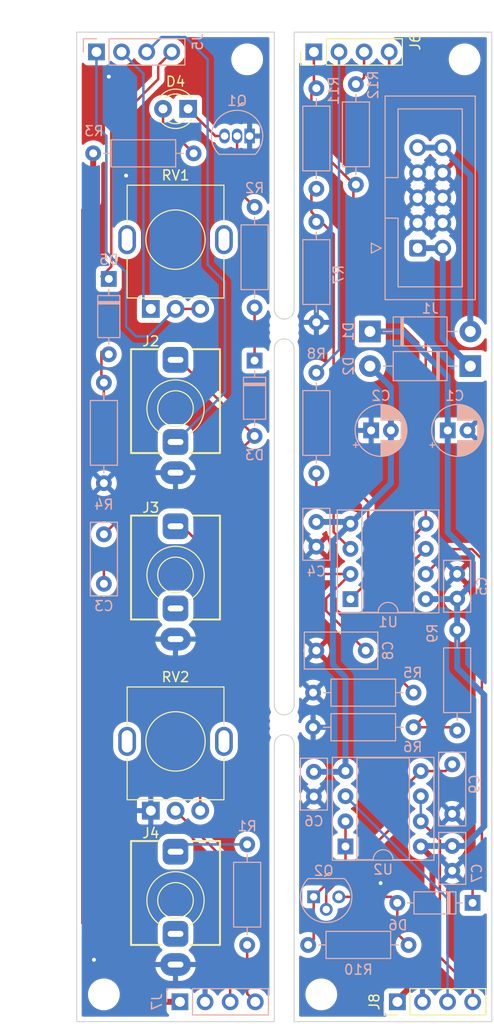
<source format=kicad_pcb>
(kicad_pcb (version 20211014) (generator pcbnew)
  (layers (0 "F.Cu" signal) (31 "B.Cu" signal) (34 "B.Paste" user) (35 "F.Paste" user) (36 "B.SilkS" user "B.Silkscreen") (37 "F.SilkS" user "F.Silkscreen") (38 "B.Mask" user) (39 "F.Mask" user) (44 "Edge.Cuts" user))
  (net 0 "")
  (net 1 "GND")
  (net 2 "/CLK_BACK")
  (net 3 "+12V")
  (net 4 "-12V")
  (net 5 "Net-(C8-Pad2)")
  (net 6 "Net-(C9-Pad2)")
  (net 7 "Net-(D1-Pad2)")
  (net 8 "Net-(D2-Pad1)")
  (net 9 "Net-(D3-Pad1)")
  (net 10 "Net-(D4-Pad1)")
  (net 11 "Net-(D4-Pad2)")
  (net 12 "/CLK_FRONT")
  (net 13 "Net-(D6-Pad1)")
  (net 14 "Net-(J3-PadT)")
  (net 16 "Net-(J4-PadT)")
  (net 18 "Net-(D6-Pad2)")
  (net 19 "/INT_CLK_FRONT")
  (net 20 "/RATE_RTN_FRONT")
  (net 21 "/RATE_SEND_FRONT")
  (net 22 "/RATE_RTN_BACK")
  (net 23 "/RATE_SEND_BACK")
  (net 24 "/INT_CLK_BACK")
  (net 25 "/OUT_FRONT")
  (net 26 "/IN_FRONT")
  (net 27 "/OUT_BACK")
  (net 28 "/IN_BACK")
  (net 29 "Net-(Q1-Pad2)")
  (net 30 "Net-(Q2-Pad1)")
  (net 31 "Net-(R6-Pad1)")
  (net 32 "Net-(R11-Pad2)")
  (net 33 "Net-(C3-Pad1)")
  (net 34 "Net-(C3-Pad2)")
  (footprint "Panelization:mouse-bite-2mm-slot" (layer "F.Cu") (at 161 74.25 90)
    (fp_text reference "mouse-bite-2mm-slot" hide)
    (fp_text value "VAL**" hide)
    (pad "" np_thru_hole circle locked (at 0.75 0.75 90) (size 0.5 0.5) (drill 0.5) (layers *.Cu *.Mask))
    (pad "" np_thru_hole circle locked (at -0.75 0.75 90) (size 0.5 0.5) (drill 0.5) (layers *.Cu *.Mask))
    (pad "" np_thru_hole circle locked (at -0.75 -0.75 90) (size 0.5 0.5) (drill 0.5) (layers *.Cu *.Mask))
    (pad "" np_thru_hole circle locked (at 0 0.75 90) (size 0.5 0.5) (drill 0.5) (layers *.Cu *.Mask))
    (pad "" np_thru_hole circle locked (at 0.75 -0.75 90) (size 0.5 0.5) (drill 0.5) (layers *.Cu *.Mask))
    (pad "" np_thru_hole circle locked (at 0 -0.75 90) (size 0.5 0.5) (drill 0.5) (layers *.Cu *.Mask))
  )
  (footprint "MountingHole:MountingHole_2.2mm_M2" (layer "F.Cu") (at 164.75 141.5)
    (fp_text reference "H4" hide)
    (fp_text value "MountingHole" hide)
    (pad "" np_thru_hole circle locked (at 0 0) (size 2.2 2.2) (drill 2.2) (layers *.Cu *.Mask))
  )
  (footprint "AudioJacks:Jack_3.5mm_QingPu_WQP-PJ398SM_Vertical" (layer "F.Cu") (at 150 99.11)
    (fp_text reference "J3" (at -2.5 -6.8) (layer "F.SilkS"))
    (fp_text value "SIGNAL_IN")
    (pad "S" thru_hole oval locked (at 0 6.48) (size 3.1 2.3) (drill oval 1.6 0.6) (layers *.Cu *.Mask) (net 1 "GND"))
    (pad "T" thru_hole roundrect locked (at 0 -4.92) (size 2.6 2.6) (drill oval 1.6 0.6) (layers *.Cu *.Mask) (net 14 "Net-(J3-PadT)"))
    (pad "TN" thru_hole roundrect locked (at 0 3.38) (size 2.6 2.6) (drill oval 1.6 0.6) (layers *.Cu *.Mask))
  )
  (footprint "MountingHole:MountingHole_2.2mm_M2" (layer "F.Cu") (at 142.75 141.5)
    (fp_text reference "H2" hide)
    (fp_text value "MountingHole" hide)
    (pad "" np_thru_hole circle locked (at 0 0) (size 2.2 2.2) (drill 2.2) (layers *.Cu *.Mask))
  )
  (footprint "AudioJacks:Jack_3.5mm_QingPu_WQP-PJ398SM_Vertical" (layer "F.Cu") (at 150 132)
    (fp_text reference "J4" (at -2.5 -6.8) (layer "F.SilkS"))
    (fp_text value "SIGNAL_OUT")
    (pad "S" thru_hole oval locked (at 0 6.48) (size 3.1 2.3) (drill oval 1.6 0.6) (layers *.Cu *.Mask) (net 1 "GND"))
    (pad "T" thru_hole roundrect locked (at 0 -4.92) (size 2.6 2.6) (drill oval 1.6 0.6) (layers *.Cu *.Mask) (net 16 "Net-(J4-PadT)"))
    (pad "TN" thru_hole roundrect locked (at 0 3.38) (size 2.6 2.6) (drill oval 1.6 0.6) (layers *.Cu *.Mask))
  )
  (footprint "AudioJacks:Jack_3.5mm_QingPu_WQP-PJ398SM_Vertical" (layer "F.Cu") (at 150 82.29)
    (fp_text reference "J2" (at -2.5 -6.8) (layer "F.SilkS"))
    (fp_text value "CLOCK_IN")
    (pad "S" thru_hole oval locked (at 0 6.48) (size 3.1 2.3) (drill oval 1.6 0.6) (layers *.Cu *.Mask) (net 1 "GND"))
    (pad "T" thru_hole roundrect locked (at 0 -4.92) (size 2.6 2.6) (drill oval 1.6 0.6) (layers *.Cu *.Mask) (net 33 "Net-(C3-Pad1)"))
    (pad "TN" thru_hole roundrect locked (at 0 3.38) (size 2.6 2.6) (drill oval 1.6 0.6) (layers *.Cu *.Mask) (net 19 "/INT_CLK_FRONT"))
  )
  (footprint "Connector_PinHeader_2.54mm:PinHeader_1x04_P2.54mm_Vertical" (layer "F.Cu") (at 172.45 142.25 90)
    (fp_text reference "J8" (at 0 -2.33 90) (layer "F.SilkS"))
    (fp_text value "BACK_BOTTOM" hide)
    (pad "1" thru_hole rect locked (at 0 0 90) (size 1.7 1.7) (drill 1) (layers *.Cu *.Mask) (net 3 "+12V"))
    (pad "2" thru_hole oval locked (at 0 2.54 90) (size 1.7 1.7) (drill 1) (layers *.Cu *.Mask) (net 1 "GND"))
    (pad "3" thru_hole oval locked (at 0 5.08 90) (size 1.7 1.7) (drill 1) (layers *.Cu *.Mask) (net 28 "/IN_BACK"))
    (pad "4" thru_hole oval locked (at 0 7.62 90) (size 1.7 1.7) (drill 1) (layers *.Cu *.Mask) (net 27 "/OUT_BACK"))
  )
  (footprint "Connector_PinHeader_2.54mm:PinHeader_1x04_P2.54mm_Vertical" (layer "F.Cu") (at 164 46.25 90)
    (fp_text reference "J6" (at 1 10.25 90) (layer "F.SilkS"))
    (fp_text value "BACK_TOP" hide)
    (pad "1" thru_hole rect (at 0 0 90) (size 1.7 1.7) (drill 1) (layers *.Cu *.Mask) (net 22 "/RATE_RTN_BACK"))
    (pad "2" thru_hole oval (at 0 2.54 90) (size 1.7 1.7) (drill 1) (layers *.Cu *.Mask) (net 23 "/RATE_SEND_BACK"))
    (pad "3" thru_hole oval (at 0 5.08 90) (size 1.7 1.7) (drill 1) (layers *.Cu *.Mask) (net 24 "/INT_CLK_BACK"))
    (pad "4" thru_hole oval (at 0 7.62 90) (size 1.7 1.7) (drill 1) (layers *.Cu *.Mask) (net 2 "/CLK_BACK"))
  )
  (footprint "Alpha_Pots:Potentiometer_Alpha_RV09AF-40-20K_Single_Vertical" (layer "F.Cu") (at 150 115.93)
    (fp_text reference "RV2" (at 0 -6.5 unlocked) (layer "F.SilkS"))
    (fp_text value "100k")
    (pad "" thru_hole oval locked (at -4.9 0) (size 1.8 2.95) (drill oval 1.1 2.25) (layers *.Cu *.Mask))
    (pad "" thru_hole oval locked (at 4.9 0) (size 1.8 2.95) (drill oval 1.1 2.25) (layers *.Cu *.Mask))
    (pad "1" thru_hole rect locked (at -2.5 7 90) (size 1.8 1.8) (drill 1) (layers *.Cu *.Mask) (net 1 "GND"))
    (pad "2" thru_hole circle locked (at 0 7 90) (size 1.8 1.8) (drill 1) (layers *.Cu *.Mask) (net 26 "/IN_FRONT"))
    (pad "3" thru_hole circle locked (at 2.5 7 90) (size 1.8 1.8) (drill 1) (layers *.Cu *.Mask) (net 14 "Net-(J3-PadT)"))
  )
  (footprint "Panelization:mouse-bite-2mm-slot" (layer "F.Cu") (at 161 114.25 90)
    (fp_text reference "mouse-bite-2mm-slot" hide)
    (fp_text value "VAL**" hide)
    (pad "" np_thru_hole circle locked (at 0.75 0.75 90) (size 0.5 0.5) (drill 0.5) (layers *.Cu *.Mask))
    (pad "" np_thru_hole circle locked (at -0.75 0.75 90) (size 0.5 0.5) (drill 0.5) (layers *.Cu *.Mask))
    (pad "" np_thru_hole circle locked (at -0.75 -0.75 90) (size 0.5 0.5) (drill 0.5) (layers *.Cu *.Mask))
    (pad "" np_thru_hole circle locked (at 0 0.75 90) (size 0.5 0.5) (drill 0.5) (layers *.Cu *.Mask))
    (pad "" np_thru_hole circle locked (at 0.75 -0.75 90) (size 0.5 0.5) (drill 0.5) (layers *.Cu *.Mask))
    (pad "" np_thru_hole circle locked (at 0 -0.75 90) (size 0.5 0.5) (drill 0.5) (layers *.Cu *.Mask))
  )
  (footprint "MountingHole:MountingHole_2.2mm_M2" (layer "F.Cu") (at 179.25 47)
    (fp_text reference "H3" hide)
    (fp_text value "MountingHole" hide)
    (pad "" np_thru_hole circle locked (at 0 0) (size 2.2 2.2) (drill 2.2) (layers *.Cu *.Mask))
  )
  (footprint "LED_THT:LED_D3.0mm" (layer "F.Cu") (at 151.275 52 180)
    (fp_text reference "D4" (at 1.27 2.75) (layer "F.SilkS"))
    (fp_text value "LED")
    (pad "1" thru_hole rect (at 0 0 180) (size 1.8 1.8) (drill 0.9) (layers *.Cu *.Mask) (net 10 "Net-(D4-Pad1)"))
    (pad "2" thru_hole circle (at 2.54 0 180) (size 1.8 1.8) (drill 0.9) (layers *.Cu *.Mask) (net 11 "Net-(D4-Pad2)"))
  )
  (footprint "MountingHole:MountingHole_2.2mm_M2" (layer "F.Cu") (at 157.25 47)
    (fp_text reference "H1" hide)
    (fp_text value "MountingHole" hide)
    (pad "" np_thru_hole circle locked (at 0 0) (size 2.2 2.2) (drill 2.2) (layers *.Cu *.Mask))
  )
  (footprint "Alpha_Pots:Potentiometer_Alpha_RV09AF-40-20K_Single_Vertical" (layer "F.Cu") (at 150 65.22)
    (fp_text reference "RV1" (at 0 -6.5 unlocked) (layer "F.SilkS"))
    (fp_text value "250k")
    (pad "" thru_hole oval locked (at -4.9 0) (size 1.8 2.95) (drill oval 1.1 2.25) (layers *.Cu *.Mask))
    (pad "" thru_hole oval locked (at 4.9 0) (size 1.8 2.95) (drill oval 1.1 2.25) (layers *.Cu *.Mask))
    (pad "1" thru_hole rect locked (at -2.5 7 90) (size 1.8 1.8) (drill 1) (layers *.Cu *.Mask) (net 21 "/RATE_SEND_FRONT"))
    (pad "2" thru_hole circle locked (at 0 7 90) (size 1.8 1.8) (drill 1) (layers *.Cu *.Mask) (net 20 "/RATE_RTN_FRONT"))
    (pad "3" thru_hole circle locked (at 2.5 7 90) (size 1.8 1.8) (drill 1) (layers *.Cu *.Mask) (net 20 "/RATE_RTN_FRONT"))
  )
  (footprint "Resistor_THT:R_Axial_DIN0207_L6.3mm_D2.5mm_P10.16mm_Horizontal" (layer "B.Cu") (at 141.67 56.5)
    (fp_text reference "R3" (at 0.08 -2.25) (layer "B.SilkS") (effects (justify mirror)))
    (fp_text value "1k" hide)
    (pad "1" thru_hole circle (at 0 0) (size 1.6 1.6) (drill 0.8) (layers *.Cu *.Mask) (net 3 "+12V"))
    (pad "2" thru_hole oval (at 10.16 0) (size 1.6 1.6) (drill 0.8) (layers *.Cu *.Mask) (net 11 "Net-(D4-Pad2)"))
  )
  (footprint "Capacitor_THT:C_Rect_L7.2mm_W3.5mm_P5.00mm_FKS2_FKP2_MKS2_MKP2" (layer "B.Cu") (at 164.25 106.75)
    (fp_text reference "C8" (at 7.25 0 90) (layer "B.SilkS") (effects (justify mirror)))
    (fp_text value "1uF" hide)
    (pad "1" thru_hole circle (at 0 0) (size 1.6 1.6) (drill 0.8) (layers *.Cu *.Mask) (net 1 "GND"))
    (pad "2" thru_hole circle (at 5 0) (size 1.6 1.6) (drill 0.8) (layers *.Cu *.Mask) (net 5 "Net-(C8-Pad2)"))
  )
  (footprint "Resistor_THT:R_Axial_DIN0207_L6.3mm_D2.5mm_P10.16mm_Horizontal" (layer "B.Cu") (at 168.25 49.5 -90)
    (fp_text reference "R12" (at 0.08 -1.75 90) (layer "B.SilkS") (effects (justify mirror)))
    (fp_text value "100k" hide)
    (pad "1" thru_hole circle (at 0 0 270) (size 1.6 1.6) (drill 0.8) (layers *.Cu *.Mask) (net 24 "/INT_CLK_BACK"))
    (pad "2" thru_hole oval (at 10.16 0 270) (size 1.6 1.6) (drill 0.8) (layers *.Cu *.Mask) (net 22 "/RATE_RTN_BACK"))
  )
  (footprint "Resistor_THT:R_Axial_DIN0207_L6.3mm_D2.5mm_P10.16mm_Horizontal" (layer "B.Cu") (at 158 61.92 -90)
    (fp_text reference "R2" (at -1.92 0) (layer "B.SilkS") (effects (justify mirror)))
    (fp_text value "51k" hide)
    (pad "1" thru_hole circle (at 0 0 270) (size 1.6 1.6) (drill 0.8) (layers *.Cu *.Mask) (net 29 "Net-(Q1-Pad2)"))
    (pad "2" thru_hole oval (at 10.16 0 270) (size 1.6 1.6) (drill 0.8) (layers *.Cu *.Mask) (net 9 "Net-(D3-Pad1)"))
  )
  (footprint "Resistor_THT:R_Axial_DIN0207_L6.3mm_D2.5mm_P10.16mm_Horizontal" (layer "B.Cu") (at 164.25 63.42 -90)
    (fp_text reference "R7" (at 5.33 -2.25 -90) (layer "B.SilkS") (effects (justify mirror)))
    (fp_text value "100k" hide)
    (pad "1" thru_hole circle (at 0 0 270) (size 1.6 1.6) (drill 0.8) (layers *.Cu *.Mask) (net 32 "Net-(R11-Pad2)"))
    (pad "2" thru_hole oval (at 10.16 0 270) (size 1.6 1.6) (drill 0.8) (layers *.Cu *.Mask) (net 1 "GND"))
  )
  (footprint "Diode_THT:D_DO-41_SOD81_P10.16mm_Horizontal" (layer "B.Cu") (at 169.67 74.5)
    (fp_text reference "D1" (at -2.17 0 90) (layer "B.SilkS") (effects (justify mirror)))
    (fp_text value "1N5818" hide)
    (pad "1" thru_hole rect (at 0 0) (size 2.2 2.2) (drill 1.1) (layers *.Cu *.Mask) (net 3 "+12V"))
    (pad "2" thru_hole oval (at 10.16 0) (size 2.2 2.2) (drill 1.1) (layers *.Cu *.Mask) (net 7 "Net-(D1-Pad2)"))
  )
  (footprint "Diode_THT:D_DO-35_SOD27_P7.62mm_Horizontal" (layer "B.Cu") (at 158 77.44 -90)
    (fp_text reference "D3" (at 9.56 0) (layer "B.SilkS") (effects (justify mirror)))
    (fp_text value "1N4148" hide)
    (pad "1" thru_hole rect (at 0 0 270) (size 1.6 1.6) (drill 0.8) (layers *.Cu *.Mask) (net 9 "Net-(D3-Pad1)"))
    (pad "2" thru_hole oval (at 7.62 0 270) (size 1.6 1.6) (drill 0.8) (layers *.Cu *.Mask) (net 33 "Net-(C3-Pad1)"))
  )
  (footprint "Resistor_THT:R_Axial_DIN0207_L6.3mm_D2.5mm_P10.16mm_Horizontal" (layer "B.Cu") (at 164.25 78.67 -90)
    (fp_text reference "R8" (at -1.92 0 180) (layer "B.SilkS") (effects (justify mirror)))
    (fp_text value "2k" hide)
    (pad "1" thru_hole circle (at 0 0 270) (size 1.6 1.6) (drill 0.8) (layers *.Cu *.Mask) (net 23 "/RATE_SEND_BACK"))
    (pad "2" thru_hole oval (at 10.16 0 270) (size 1.6 1.6) (drill 0.8) (layers *.Cu *.Mask) (net 5 "Net-(C8-Pad2)"))
  )
  (footprint "Capacitor_THT:CP_Radial_D5.0mm_P2.00mm" (layer "B.Cu") (at 169.794888 84.5)
    (fp_text reference "C2" (at 1 -3.5) (layer "B.SilkS") (effects (justify mirror)))
    (fp_text value "10uF" hide)
    (pad "1" thru_hole rect (at 0 0) (size 1.6 1.6) (drill 0.8) (layers *.Cu *.Mask) (net 1 "GND"))
    (pad "2" thru_hole circle (at 2 0) (size 1.6 1.6) (drill 0.8) (layers *.Cu *.Mask) (net 4 "-12V"))
  )
  (footprint "Diode_THT:D_DO-41_SOD81_P10.16mm_Horizontal" (layer "B.Cu") (at 179.83 78 180)
    (fp_text reference "D2" (at 12.33 0 90) (layer "B.SilkS") (effects (justify mirror)))
    (fp_text value "1N5818" hide)
    (pad "1" thru_hole rect (at 0 0 180) (size 2.2 2.2) (drill 1.1) (layers *.Cu *.Mask) (net 8 "Net-(D2-Pad1)"))
    (pad "2" thru_hole oval (at 10.16 0 180) (size 2.2 2.2) (drill 1.1) (layers *.Cu *.Mask) (net 4 "-12V"))
  )
  (footprint "Capacitor_THT:C_Rect_L7.2mm_W2.5mm_P5.00mm_FKS2_FKP2_MKS2_MKP2" (layer "B.Cu") (at 178 123.25 90)
    (fp_text reference "C9" (at 3 2.25 90) (layer "B.SilkS") (effects (justify mirror)))
    (fp_text value "100nF" hide)
    (pad "1" thru_hole circle (at 0 0 90) (size 1.6 1.6) (drill 0.8) (layers *.Cu *.Mask) (net 1 "GND"))
    (pad "2" thru_hole circle (at 5 0 90) (size 1.6 1.6) (drill 0.8) (layers *.Cu *.Mask) (net 6 "Net-(C9-Pad2)"))
  )
  (footprint "Diode_THT:D_DO-35_SOD27_P7.62mm_Horizontal" (layer "B.Cu") (at 143.25 69.19 -90)
    (fp_text reference "D5" (at -1.94 0) (layer "B.SilkS") (effects (justify mirror)))
    (fp_text value "1N4148" hide)
    (pad "1" thru_hole rect (at 0 0 270) (size 1.6 1.6) (drill 0.8) (layers *.Cu *.Mask) (net 12 "/CLK_FRONT"))
    (pad "2" thru_hole oval (at 7.62 0 270) (size 1.6 1.6) (drill 0.8) (layers *.Cu *.Mask) (net 34 "Net-(C3-Pad2)"))
  )
  (footprint "Resistor_THT:R_Axial_DIN0207_L6.3mm_D2.5mm_P10.16mm_Horizontal" (layer "B.Cu") (at 164.25 49.92 -90)
    (fp_text reference "R11" (at 0.25 -1.75 90) (layer "B.SilkS") (effects (justify mirror)))
    (fp_text value "100k" hide)
    (pad "1" thru_hole circle (at 0 0 270) (size 1.6 1.6) (drill 0.8) (layers *.Cu *.Mask) (net 22 "/RATE_RTN_BACK"))
    (pad "2" thru_hole oval (at 10.16 0 270) (size 1.6 1.6) (drill 0.8) (layers *.Cu *.Mask) (net 32 "Net-(R11-Pad2)"))
  )
  (footprint "Capacitor_THT:C_Disc_D5.0mm_W2.5mm_P2.50mm" (layer "B.Cu") (at 178.5 101.5 90)
    (fp_text reference "C5" (at 1.25 2.5 90) (layer "B.SilkS") (effects (justify mirror)))
    (fp_text value "0.1uF" hide)
    (pad "1" thru_hole circle (at 0 0 90) (size 1.6 1.6) (drill 0.8) (layers *.Cu *.Mask) (net 3 "+12V"))
    (pad "2" thru_hole circle (at 2.5 0 90) (size 1.6 1.6) (drill 0.8) (layers *.Cu *.Mask) (net 1 "GND"))
  )
  (footprint "Resistor_THT:R_Axial_DIN0207_L6.3mm_D2.5mm_P10.16mm_Horizontal" (layer "B.Cu") (at 178.5 104.67 -90)
    (fp_text reference "R9" (at 0.33 2.5 90) (layer "B.SilkS") (effects (justify mirror)))
    (fp_text value "100k" hide)
    (pad "1" thru_hole circle (at 0 0 270) (size 1.6 1.6) (drill 0.8) (layers *.Cu *.Mask) (net 3 "+12V"))
    (pad "2" thru_hole oval (at 10.16 0 270) (size 1.6 1.6) (drill 0.8) (layers *.Cu *.Mask) (net 31 "Net-(R6-Pad1)"))
  )
  (footprint "Package_TO_SOT_THT:TO-92_Inline" (layer "B.Cu") (at 157.5 54.75 180)
    (fp_text reference "Q1" (at 1.27 3.56) (layer "B.SilkS") (effects (justify mirror)))
    (fp_text value "2N3904" hide)
    (pad "1" thru_hole rect (at 0 0 180) (size 1.05 1.5) (drill 0.75) (layers *.Cu *.Mask) (net 1 "GND"))
    (pad "2" thru_hole oval (at 1.27 0 180) (size 1.05 1.5) (drill 0.75) (layers *.Cu *.Mask) (net 29 "Net-(Q1-Pad2)"))
    (pad "3" thru_hole oval (at 2.54 0 180) (size 1.05 1.5) (drill 0.75) (layers *.Cu *.Mask) (net 10 "Net-(D4-Pad1)"))
  )
  (footprint "Capacitor_THT:C_Disc_D5.0mm_W2.5mm_P2.50mm" (layer "B.Cu") (at 164 119 -90)
    (fp_text reference "C6" (at 5 0) (layer "B.SilkS") (effects (justify mirror)))
    (fp_text value "0.1uF" hide)
    (pad "1" thru_hole circle (at 0 0 270) (size 1.6 1.6) (drill 0.8) (layers *.Cu *.Mask) (net 4 "-12V"))
    (pad "2" thru_hole circle (at 2.5 0 270) (size 1.6 1.6) (drill 0.8) (layers *.Cu *.Mask) (net 1 "GND"))
  )
  (footprint "Connector_IDC:IDC-Header_2x05_P2.54mm_Vertical" (layer "B.Cu") (at 174.4975 66.08)
    (fp_text reference "J1" (at 1.27 6.1) (layer "B.SilkS") (effects (justify mirror)))
    (fp_text value "Power Connector" hide)
    (pad "1" thru_hole roundrect locked (at 0 0) (size 1.7 1.7) (drill 1) (layers *.Cu *.Mask) (roundrect_rratio 0.1470588235) (net 8 "Net-(D2-Pad1)"))
    (pad "2" thru_hole circle locked (at 2.54 0) (size 1.7 1.7) (drill 1) (layers *.Cu *.Mask) (net 8 "Net-(D2-Pad1)"))
    (pad "3" thru_hole circle locked (at 0 -2.54) (size 1.7 1.7) (drill 1) (layers *.Cu *.Mask) (net 1 "GND"))
    (pad "4" thru_hole circle locked (at 2.54 -2.54) (size 1.7 1.7) (drill 1) (layers *.Cu *.Mask) (net 1 "GND"))
    (pad "5" thru_hole circle locked (at 0 -5.08) (size 1.7 1.7) (drill 1) (layers *.Cu *.Mask) (net 1 "GND"))
    (pad "6" thru_hole circle locked (at 2.54 -5.08) (size 1.7 1.7) (drill 1) (layers *.Cu *.Mask) (net 1 "GND"))
    (pad "7" thru_hole circle locked (at 0 -7.62) (size 1.7 1.7) (drill 1) (layers *.Cu *.Mask) (net 1 "GND"))
    (pad "8" thru_hole circle locked (at 2.54 -7.62) (size 1.7 1.7) (drill 1) (layers *.Cu *.Mask) (net 1 "GND"))
    (pad "9" thru_hole circle locked (at 0 -10.16) (size 1.7 1.7) (drill 1) (layers *.Cu *.Mask) (net 7 "Net-(D1-Pad2)"))
    (pad "10" thru_hole circle locked (at 2.54 -10.16) (size 1.7 1.7) (drill 1) (layers *.Cu *.Mask) (net 7 "Net-(D1-Pad2)"))
  )
  (footprint "Resistor_THT:R_Axial_DIN0207_L6.3mm_D2.5mm_P10.16mm_Horizontal" (layer "B.Cu") (at 173.58 136.5 180)
    (fp_text reference "R10" (at 5.08 -2.5) (layer "B.SilkS") (effects (justify mirror)))
    (fp_text value "1M" hide)
    (pad "1" thru_hole circle (at 0 0 180) (size 1.6 1.6) (drill 0.8) (layers *.Cu *.Mask) (net 18 "Net-(D6-Pad2)"))
    (pad "2" thru_hole oval (at 10.16 0 180) (size 1.6 1.6) (drill 0.8) (layers *.Cu *.Mask) (net 30 "Net-(Q2-Pad1)"))
  )
  (footprint "Resistor_THT:R_Axial_DIN0207_L6.3mm_D2.5mm_P10.16mm_Horizontal" (layer "B.Cu") (at 163.92 111)
    (fp_text reference "R5" (at 10.08 -2) (layer "B.SilkS") (effects (justify mirror)))
    (fp_text value "100k" hide)
    (pad "1" thru_hole circle (at 0 0) (size 1.6 1.6) (drill 0.8) (layers *.Cu *.Mask) (net 1 "GND"))
    (pad "2" thru_hole oval (at 10.16 0) (size 1.6 1.6) (drill 0.8) (layers *.Cu *.Mask) (net 2 "/CLK_BACK"))
  )
  (footprint "Capacitor_THT:C_Disc_D5.0mm_W2.5mm_P2.50mm" (layer "B.Cu") (at 178 126.5 -90)
    (fp_text reference "C7" (at 2.75 -2.5 90) (layer "B.SilkS") (effects (justify mirror)))
    (fp_text value "0.1uF" hide)
    (pad "1" thru_hole circle (at 0 0 270) (size 1.6 1.6) (drill 0.8) (layers *.Cu *.Mask) (net 3 "+12V"))
    (pad "2" thru_hole circle (at 2.5 0 270) (size 1.6 1.6) (drill 0.8) (layers *.Cu *.Mask) (net 1 "GND"))
  )
  (footprint "Capacitor_THT:CP_Radial_D5.0mm_P2.00mm" (layer "B.Cu") (at 177.544888 84.5)
    (fp_text reference "C1" (at 0.705112 -3.5) (layer "B.SilkS") (effects (justify mirror)))
    (fp_text value "10uF" hide)
    (pad "1" thru_hole rect (at 0 0) (size 1.6 1.6) (drill 0.8) (layers *.Cu *.Mask) (net 3 "+12V"))
    (pad "2" thru_hole circle (at 2 0) (size 1.6 1.6) (drill 0.8) (layers *.Cu *.Mask) (net 1 "GND"))
  )
  (footprint "Connector_PinHeader_2.54mm:PinHeader_1x04_P2.54mm_Vertical" (layer "B.Cu") (at 142 46.25 -90)
    (fp_text reference locked "J5" (at -1 -10.25 90) (layer "B.SilkS") (effects (justify mirror)))
    (fp_text value "FRONT_TOP" hide)
    (pad "1" thru_hole rect locked (at 0 0 270) (size 1.7 1.7) (drill 1) (layers *.Cu *.Mask) (net 20 "/RATE_RTN_FRONT"))
    (pad "2" thru_hole oval locked (at 0 -2.54 270) (size 1.7 1.7) (drill 1) (layers *.Cu *.Mask) (net 21 "/RATE_SEND_FRONT"))
    (pad "3" thru_hole oval locked (at 0 -5.08 270) (size 1.7 1.7) (drill 1) (layers *.Cu *.Mask) (net 19 "/INT_CLK_FRONT"))
    (pad "4" thru_hole oval locked (at 0 -7.62 270) (size 1.7 1.7) (drill 1) (layers *.Cu *.Mask) (net 12 "/CLK_FRONT"))
  )
  (footprint "Connector_PinHeader_2.54mm:PinHeader_1x04_P2.54mm_Vertical" (layer "B.Cu") (at 150.45 142.25 -90)
    (fp_text reference "J7" (at 0 2.33 90) (layer "B.SilkS") (effects (justify mirror)))
    (fp_text value "FRONT_BOTTOM" hide)
    (pad "1" thru_hole rect locked (at 0 0 270) (size 1.7 1.7) (drill 1) (layers *.Cu *.Mask) (net 3 "+12V"))
    (pad "2" thru_hole oval locked (at 0 -2.54 270) (size 1.7 1.7) (drill 1) (layers *.Cu *.Mask) (net 1 "GND"))
    (pad "3" thru_hole oval locked (at 0 -5.08 270) (size 1.7 1.7) (drill 1) (layers *.Cu *.Mask) (net 26 "/IN_FRONT"))
    (pad "4" thru_hole oval locked (at 0 -7.62 270) (size 1.7 1.7) (drill 1) (layers *.Cu *.Mask) (net 25 "/OUT_FRONT"))
  )
  (footprint "Resistor_THT:R_Axial_DIN0207_L6.3mm_D2.5mm_P10.16mm_Horizontal" (layer "B.Cu") (at 174.08 114.5 180)
    (fp_text reference "R6" (at 0.08 -2) (layer "B.SilkS") (effects (justify mirror)))
    (fp_text value "68k" hide)
    (pad "1" thru_hole circle (at 0 0 180) (size 1.6 1.6) (drill 0.8) (layers *.Cu *.Mask) (net 31 "Net-(R6-Pad1)"))
    (pad "2" thru_hole oval (at 10.16 0 180) (size 1.6 1.6) (drill 0.8) (layers *.Cu *.Mask) (net 1 "GND"))
  )
  (footprint "Resistor_THT:R_Axial_DIN0207_L6.3mm_D2.5mm_P10.16mm_Horizontal" (layer "B.Cu") (at 142.75 89.83 90)
    (fp_text reference "R4" (at -2.17 0) (layer "B.SilkS") (effects (justify mirror)))
    (fp_text value "100k" hide)
    (pad "1" thru_hole circle (at 0 0 90) (size 1.6 1.6) (drill 0.8) (layers *.Cu *.Mask) (net 1 "GND"))
    (pad "2" thru_hole oval (at 10.16 0 90) (size 1.6 1.6) (drill 0.8) (layers *.Cu *.Mask) (net 34 "Net-(C3-Pad2)"))
  )
  (footprint "Capacitor_THT:C_Rect_L7.2mm_W2.5mm_P5.00mm_FKS2_FKP2_MKS2_MKP2" (layer "B.Cu") (at 142.75 100 90)
    (fp_text reference "C3" (at -2.25 0) (layer "B.SilkS") (effects (justify mirror)))
    (fp_text value "1nF" hide)
    (pad "1" thru_hole circle (at 0 0 90) (size 1.6 1.6) (drill 0.8) (layers *.Cu *.Mask) (net 33 "Net-(C3-Pad1)"))
    (pad "2" thru_hole circle (at 5 0 90) (size 1.6 1.6) (drill 0.8) (layers *.Cu *.Mask) (net 34 "Net-(C3-Pad2)"))
  )
  (footprint "Diode_THT:D_DO-35_SOD27_P7.62mm_Horizontal" (layer "B.Cu") (at 180.06 132.25 180)
    (fp_text reference "D6" (at 7.56 -2.25) (layer "B.SilkS") (effects (justify mirror)))
    (fp_text value "1N4148" hide)
    (pad "1" thru_hole rect (at 0 0 180) (size 1.6 1.6) (drill 0.8) (layers *.Cu *.Mask) (net 13 "Net-(D6-Pad1)"))
    (pad "2" thru_hole oval (at 7.62 0 180) (size 1.6 1.6) (drill 0.8) (layers *.Cu *.Mask) (net 18 "Net-(D6-Pad2)"))
  )
  (footprint "Capacitor_THT:C_Disc_D5.0mm_W2.5mm_P2.50mm" (layer "B.Cu") (at 164.25 93.75 -90)
    (fp_text reference "C4" (at 5 0) (layer "B.SilkS") (effects (justify mirror)))
    (fp_text value "0.1uF" hide)
    (pad "1" thru_hole circle (at 0 0 270) (size 1.6 1.6) (drill 0.8) (layers *.Cu *.Mask) (net 4 "-12V"))
    (pad "2" thru_hole circle (at 2.5 0 270) (size 1.6 1.6) (drill 0.8) (layers *.Cu *.Mask) (net 1 "GND"))
  )
  (footprint "Resistor_THT:R_Axial_DIN0207_L6.3mm_D2.5mm_P10.16mm_Horizontal" (layer "B.Cu") (at 157.25 136.5 90)
    (fp_text reference "R1" (at 12 0) (layer "B.SilkS") (effects (justify mirror)))
    (fp_text value "1k" hide)
    (pad "1" thru_hole circle (at 0 0 90) (size 1.6 1.6) (drill 0.8) (layers *.Cu *.Mask) (net 25 "/OUT_FRONT"))
    (pad "2" thru_hole oval (at 10.16 0 90) (size 1.6 1.6) (drill 0.8) (layers *.Cu *.Mask) (net 16 "Net-(J4-PadT)"))
  )
  (footprint "Package_DIP:DIP-8_W7.62mm_Socket" (layer "B.Cu") (at 167.2 126.55)
    (fp_text reference "U2" (at 3.81 2.33) (layer "B.SilkS") (effects (justify mirror)))
    (fp_text value "TL072" hide)
    (pad "1" thru_hole rect (at 0 0) (size 1.6 1.6) (drill 0.8) (layers *.Cu *.Mask) (net 30 "Net-(Q2-Pad1)"))
    (pad "2" thru_hole oval (at 0 -2.54) (size 1.6 1.6) (drill 0.8) (layers *.Cu *.Mask) (net 30 "Net-(Q2-Pad1)"))
    (pad "3" thru_hole oval (at 0 -5.08) (size 1.6 1.6) (drill 0.8) (layers *.Cu *.Mask) (net 28 "/IN_BACK"))
    (pad "4" thru_hole oval (at 0 -7.62) (size 1.6 1.6) (drill 0.8) (layers *.Cu *.Mask) (net 4 "-12V"))
    (pad "5" thru_hole oval (at 7.62 -7.62) (size 1.6 1.6) (drill 0.8) (layers *.Cu *.Mask) (net 6 "Net-(C9-Pad2)"))
    (pad "6" thru_hole oval (at 7.62 -5.08) (size 1.6 1.6) (drill 0.8) (layers *.Cu *.Mask) (net 27 "/OUT_BACK"))
    (pad "7" thru_hole oval (at 7.62 -2.54) (size 1.6 1.6) (drill 0.8) (layers *.Cu *.Mask) (net 27 "/OUT_BACK"))
    (pad "8" thru_hole oval (at 7.62 0) (size 1.6 1.6) (drill 0.8) (layers *.Cu *.Mask) (net 3 "+12V"))
  )
  (footprint "Package_TO_SOT_THT:TO-92" (layer "B.Cu") (at 163.98 131.64)
    (fp_text reference "Q2" (at 1.02 -2.64) (layer "B.SilkS") (effects (justify mirror)))
    (fp_text value "J112" hide)
    (pad "1" thru_hole rect (at 0 0) (size 1.3 1.3) (drill 0.75) (layers *.Cu *.Mask) (net 30 "Net-(Q2-Pad1)"))
    (pad "2" thru_hole circle (at 1.27 1.27) (size 1.3 1.3) (drill 0.75) (layers *.Cu *.Mask) (net 6 "Net-(C9-Pad2)"))
    (pad "3" thru_hole circle (at 2.54 0) (size 1.3 1.3) (drill 0.75) (layers *.Cu *.Mask) (net 18 "Net-(D6-Pad2)"))
  )
  (footprint "Package_DIP:DIP-8_W7.62mm_Socket" (layer "B.Cu") (at 167.7 101.55)
    (fp_text reference "U1" (at 3.81 2.33) (layer "B.SilkS") (effects (justify mirror)))
    (fp_text value "TL072" hide)
    (pad "1" thru_hole rect (at 0 0) (size 1.6 1.6) (drill 0.8) (layers *.Cu *.Mask) (net 22 "/RATE_RTN_BACK"))
    (pad "2" thru_hole oval (at 0 -2.54) (size 1.6 1.6) (drill 0.8) (layers *.Cu *.Mask) (net 5 "Net-(C8-Pad2)"))
    (pad "3" thru_hole oval (at 0 -5.08) (size 1.6 1.6) (drill 0.8) (layers *.Cu *.Mask) (net 32 "Net-(R11-Pad2)"))
    (pad "4" thru_hole oval (at 0 -7.62) (size 1.6 1.6) (drill 0.8) (layers *.Cu *.Mask) (net 4 "-12V"))
    (pad "5" thru_hole oval (at 7.62 -7.62) (size 1.6 1.6) (drill 0.8) (layers *.Cu *.Mask) (net 2 "/CLK_BACK"))
    (pad "6" thru_hole oval (at 7.62 -5.08) (size 1.6 1.6) (drill 0.8) (layers *.Cu *.Mask) (net 31 "Net-(R6-Pad1)"))
    (pad "7" thru_hole oval (at 7.62 -2.54) (size 1.6 1.6) (drill 0.8) (layers *.Cu *.Mask) (net 13 "Net-(D6-Pad1)"))
    (pad "8" thru_hole oval (at 7.62 0) (size 1.6 1.6) (drill 0.8) (layers *.Cu *.Mask) (net 3 "+12V"))
  )
  (gr_line locked (start 162 44.25) (end 182 44.25) (layer "Edge.Cuts") (width 0.1))
  (gr_line locked (start 140 144.25) (end 160 144.25) (layer "Edge.Cuts") (width 0.1))
  (gr_line (start 160 76.25) (end 160 112.25) (layer "Edge.Cuts") (width 0.1))
  (gr_line locked (start 162 144.25) (end 162 116.25) (layer "Edge.Cuts") (width 0.1))
  (gr_line locked (start 182 144.25) (end 162 144.25) (layer "Edge.Cuts") (width 0.1))
  (gr_line locked (start 160 44.25) (end 160 72.25) (layer "Edge.Cuts") (width 0.1))
  (gr_line (start 162 72.25) (end 162 44.25) (layer "Edge.Cuts") (width 0.1))
  (gr_line locked (start 140 44.25) (end 140 144.25) (layer "Edge.Cuts") (width 0.1))
  (gr_arc (start 160 116.25) (mid 161 115.25) (end 162 116.25) (layer "Edge.Cuts") (width 0.1))
  (gr_arc (start 162 72.25) (mid 161 73.25) (end 160 72.25) (layer "Edge.Cuts") (width 0.1))
  (gr_line (start 162 76.25) (end 162 112.25) (layer "Edge.Cuts") (width 0.1))
  (gr_line locked (start 160 44.25) (end 140 44.25) (layer "Edge.Cuts") (width 0.1))
  (gr_line (start 160 116.25) (end 160 144.25) (layer "Edge.Cuts") (width 0.1))
  (gr_arc (start 160 76.25) (mid 161 75.25) (end 162 76.25) (layer "Edge.Cuts") (width 0.1))
  (gr_arc (start 162 112.25) (mid 161 113.25) (end 160 112.25) (layer "Edge.Cuts") (width 0.1))
  (gr_line locked (start 182 44.25) (end 182 144.25) (layer "Edge.Cuts") (width 0.1))
  (via (at 141.75 138) (size 0.8) (drill 0.4) (layers "F.Cu" "B.Cu") (net 1))
  (via (at 145 58.75) (size 0.8) (drill 0.4) (layers "F.Cu" "B.Cu") (net 1))
  (via (at 143.25 48.75) (size 0.8) (drill 0.4) (layers "F.Cu" "B.Cu") (net 1))
  (via (at 170.75 130.25) (size 0.8) (drill 0.4) (layers "F.Cu" "B.Cu") (net 1))
  (segment (start 171.62 46.25) (end 171.62 71.62) (width 0.25) (layer "F.Cu") (net 2))
  (segment (start 171.62 71.62) (end 175.32 75.32) (width 0.25) (layer "F.Cu") (net 2))
  (segment (start 172.75 109.67) (end 174.08 111) (width 0.25) (layer "F.Cu") (net 2))
  (segment (start 172.75 96.5) (end 172.75 109.67) (width 0.25) (layer "F.Cu") (net 2))
  (segment (start 175.32 75.32) (end 175.32 93.93) (width 0.25) (layer "F.Cu") (net 2))
  (segment (start 175.32 93.93) (end 172.75 96.5) (width 0.25) (layer "F.Cu") (net 2))
  (segment (start 140.75 62.25) (end 140.75 134.25) (width 0.6) (layer "F.Cu") (net 3))
  (segment (start 176 127.73) (end 176 138.5) (width 0.6) (layer "F.Cu") (net 3))
  (segment (start 174.82 126.55) (end 176 127.73) (width 0.6) (layer "F.Cu") (net 3))
  (segment (start 176 138.5) (end 172.45 142.05) (width 0.6) (layer "F.Cu") (net 3))
  (segment (start 141.67 56.5) (end 141.67 61.33) (width 0.6) (layer "F.Cu") (net 3))
  (segment (start 140.75 134.25) (end 148.75 142.25) (width 0.6) (layer "F.Cu") (net 3))
  (segment (start 141.67 61.33) (end 140.75 62.25) (width 0.6) (layer "F.Cu") (net 3))
  (segment (start 148.75 142.25) (end 150.45 142.25) (width 0.6) (layer "F.Cu") (net 3))
  (segment (start 178.5 101.5) (end 178.5 104.67) (width 0.6) (layer "B.Cu") (net 3))
  (segment (start 178.5 104.67) (end 178.5 108.5) (width 0.6) (layer "B.Cu") (net 3))
  (segment (start 177.544888 94.794888) (end 180 97.25) (width 0.6) (layer "B.Cu") (net 3))
  (segment (start 169.67 74.5) (end 173 74.5) (width 0.6) (layer "B.Cu") (net 3))
  (segment (start 177.544888 79.044888) (end 177.544888 84.5) (width 0.6) (layer "B.Cu") (net 3))
  (segment (start 180 97.25) (end 180 100) (width 0.6) (layer "B.Cu") (net 3))
  (segment (start 177.544888 84.5) (end 177.544888 94.794888) (width 0.6) (layer "B.Cu") (net 3))
  (segment (start 181.25 111.25) (end 181.25 124.5) (width 0.6) (layer "B.Cu") (net 3))
  (segment (start 178 126.5) (end 174.87 126.5) (width 0.6) (layer "B.Cu") (net 3))
  (segment (start 178.5 108.5) (end 181.25 111.25) (width 0.6) (layer "B.Cu") (net 3))
  (segment (start 179.25 126.5) (end 178 126.5) (width 0.6) (layer "B.Cu") (net 3))
  (segment (start 180 100) (end 178.5 101.5) (width 0.6) (layer "B.Cu") (net 3))
  (segment (start 173 74.5) (end 177.544888 79.044888) (width 0.6) (layer "B.Cu") (net 3))
  (segment (start 181.25 124.5) (end 179.25 126.5) (width 0.6) (layer "B.Cu") (net 3))
  (segment (start 175.32 101.55) (end 178.45 101.55) (width 0.6) (layer "B.Cu") (net 3))
  (segment (start 164 119) (end 167.13 119) (width 0.6) (layer "B.Cu") (net 4))
  (segment (start 165.926425 108.176425) (end 167.2 109.45) (width 0.6) (layer "B.Cu") (net 4))
  (segment (start 164.25 93.75) (end 167.52 93.75) (width 0.6) (layer "B.Cu") (net 4))
  (segment (start 171.794888 84.5) (end 171.794888 89.835112) (width 0.6) (layer "B.Cu") (net 4))
  (segment (start 169.67 78) (end 171.794888 80.124888) (width 0.6) (layer "B.Cu") (net 4))
  (segment (start 167.2 109.45) (end 167.2 118.93) (width 0.6) (layer "B.Cu") (net 4))
  (segment (start 165.926425 95.703575) (end 165.926425 108.176425) (width 0.6) (layer "B.Cu") (net 4))
  (segment (start 171.794888 89.835112) (end 167.7 93.93) (width 0.6) (layer "B.Cu") (net 4))
  (segment (start 167.7 93.93) (end 165.926425 95.703575) (width 0.6) (layer "B.Cu") (net 4))
  (segment (start 171.794888 80.124888) (end 171.794888 84.5) (width 0.6) (layer "B.Cu") (net 4))
  (segment (start 164.25 88.83) (end 164.25 91) (width 0.25) (layer "F.Cu") (net 5))
  (segment (start 164.25 91) (end 162.75 92.5) (width 0.25) (layer "F.Cu") (net 5))
  (segment (start 162.75 97.25) (end 164.51 99.01) (width 0.25) (layer "F.Cu") (net 5))
  (segment (start 165.25 102.75) (end 169.25 106.75) (width 0.25) (layer "F.Cu") (net 5))
  (segment (start 167.7 99.01) (end 165.25 101.46) (width 0.25) (layer "F.Cu") (net 5))
  (segment (start 164.51 99.01) (end 167.7 99.01) (width 0.25) (layer "F.Cu") (net 5))
  (segment (start 165.25 101.46) (end 165.25 102.75) (width 0.25) (layer "F.Cu") (net 5))
  (segment (start 162.75 92.5) (end 162.75 97.25) (width 0.25) (layer "F.Cu") (net 5))
  (segment (start 174.82 118.93) (end 177.32 118.93) (width 0.25) (layer "F.Cu") (net 6))
  (segment (start 171.79 121.96) (end 174.82 118.93) (width 0.25) (layer "F.Cu") (net 6))
  (segment (start 171.79 124.71) (end 171.79 121.96) (width 0.25) (layer "F.Cu") (net 6))
  (segment (start 165.25 131.25) (end 165.25 132.91) (width 0.25) (layer "F.Cu") (net 6))
  (segment (start 177.32 118.93) (end 178 118.25) (width 0.25) (layer "F.Cu") (net 6))
  (segment (start 171.79 124.71) (end 165.25 131.25) (width 0.25) (layer "F.Cu") (net 6))
  (segment (start 177.0375 55.92) (end 179.83 58.7125) (width 0.6) (layer "B.Cu") (net 7))
  (segment (start 174.4975 55.92) (end 177.0375 55.92) (width 0.6) (layer "B.Cu") (net 7))
  (segment (start 179.83 58.7125) (end 179.83 74.5) (width 0.6) (layer "B.Cu") (net 7))
  (segment (start 177.0375 75.2075) (end 179.83 78) (width 0.6) (layer "B.Cu") (net 8))
  (segment (start 174.4975 66.08) (end 177.0375 66.08) (width 0.6) (layer "B.Cu") (net 8))
  (segment (start 177.0375 66.08) (end 177.0375 75.2075) (width 0.6) (layer "B.Cu") (net 8))
  (segment (start 158 72.08) (end 158 77.44) (width 0.25) (layer "F.Cu") (net 9))
  (segment (start 151.275 52) (end 154.025 54.75) (width 0.25) (layer "F.Cu") (net 10))
  (segment (start 154.025 54.75) (end 154.96 54.75) (width 0.25) (layer "F.Cu") (net 10))
  (segment (start 148.735 53.405) (end 151.83 56.5) (width 0.25) (layer "F.Cu") (net 11))
  (segment (start 148.735 52) (end 148.735 53.405) (width 0.25) (layer "F.Cu") (net 11))
  (segment (start 148.25 47.62) (end 148.25 49) (width 0.25) (layer "F.Cu") (net 12))
  (segment (start 148.25 49) (end 143.5 53.75) (width 0.25) (layer "F.Cu") (net 12))
  (segment (start 149.62 46.25) (end 148.25 47.62) (width 0.25) (layer "F.Cu") (net 12))
  (segment (start 143.5 53.75) (end 143.5 67.94) (width 0.25) (layer "F.Cu") (net 12))
  (segment (start 143.5 67.94) (end 142.5 68.94) (width 0.25) (layer "F.Cu") (net 12))
  (segment (start 181 129.75) (end 181 97.5) (width 0.25) (layer "F.Cu") (net 13))
  (segment (start 180.06 130.69) (end 181 129.75) (width 0.25) (layer "F.Cu") (net 13))
  (segment (start 181 97.5) (end 180 96.5) (width 0.25) (layer "F.Cu") (net 13))
  (segment (start 180 96.5) (end 177.83 96.5) (width 0.25) (layer "F.Cu") (net 13))
  (segment (start 177.83 96.5) (end 175.32 99.01) (width 0.25) (layer "F.Cu") (net 13))
  (segment (start 180.06 132.25) (end 180.06 130.69) (width 0.25) (layer "F.Cu") (net 13))
  (segment (start 152.5 96) (end 152.5 122.93) (width 0.25) (layer "F.Cu") (net 14))
  (segment (start 150.69 94.19) (end 152.5 96) (width 0.25) (layer "F.Cu") (net 14))
  (segment (start 150.74 126.34) (end 157.25 126.34) (width 0.25) (layer "B.Cu") (net 16))
  (segment (start 172.44 135.36) (end 173.58 136.5) (width 0.25) (layer "F.Cu") (net 18))
  (segment (start 171.83 131.64) (end 172.44 132.25) (width 0.25) (layer "F.Cu") (net 18))
  (segment (start 172.44 132.25) (end 172.44 135.36) (width 0.25) (layer "F.Cu") (net 18))
  (segment (start 166.52 131.64) (end 171.83 131.64) (width 0.25) (layer "F.Cu") (net 18))
  (segment (start 155 69.5) (end 155 80.67) (width 0.25) (layer "B.Cu") (net 19))
  (segment (start 153.25 67.75) (end 155 69.5) (width 0.25) (layer "B.Cu") (net 19))
  (segment (start 148.58 44.75) (end 151 44.75) (width 0.25) (layer "B.Cu") (net 19))
  (segment (start 147.08 46.25) (end 148.58 44.75) (width 0.25) (layer "B.Cu") (net 19))
  (segment (start 151 44.75) (end 153.25 47) (width 0.25) (layer "B.Cu") (net 19))
  (segment (start 153.25 47) (end 153.25 67.75) (width 0.25) (layer "B.Cu") (net 19))
  (segment (start 155 80.67) (end 150 85.67) (width 0.25) (layer "B.Cu") (net 19))
  (segment (start 152.5 72.22) (end 150 72.22) (width 0.25) (layer "F.Cu") (net 20))
  (segment (start 142 46.25) (end 142 53.75) (width 0.25) (layer "B.Cu") (net 20))
  (segment (start 145 68.5) (end 145 74) (width 0.25) (layer "B.Cu") (net 20))
  (segment (start 147.22 75) (end 150 72.22) (width 0.25) (layer "B.Cu") (net 20))
  (segment (start 142 53.75) (end 143 54.75) (width 0.25) (layer "B.Cu") (net 20))
  (segment (start 145 74) (end 146 75) (width 0.25) (layer "B.Cu") (net 20))
  (segment (start 143 54.75) (end 143 66.5) (width 0.25) (layer "B.Cu") (net 20))
  (segment (start 143 66.5) (end 145 68.5) (width 0.25) (layer "B.Cu") (net 20))
  (segment (start 146 75) (end 147.22 75) (width 0.25) (layer "B.Cu") (net 20))
  (segment (start 146.75 48.46) (end 146.75 71.47) (width 0.25) (layer "B.Cu") (net 21))
  (segment (start 144.54 46.25) (end 146.75 48.46) (width 0.25) (layer "B.Cu") (net 21))
  (segment (start 167.7 101.55) (end 169.5 99.75) (width 0.25) (layer "F.Cu") (net 22))
  (segment (start 164 46.25) (end 164 49.25) (width 0.25) (layer "F.Cu") (net 22))
  (segment (start 168 90.25) (end 168 59.91) (width 0.25) (layer "F.Cu") (net 22))
  (segment (start 169.5 99.75) (end 169.5 91.75) (width 0.25) (layer "F.Cu") (net 22))
  (segment (start 163.75 49.5) (end 163.75 55.33) (width 0.25) (layer "F.Cu") (net 22))
  (segment (start 163.75 55.33) (end 168.25 59.83) (width 0.25) (layer "F.Cu") (net 22))
  (segment (start 169.5 91.75) (end 168 90.25) (width 0.25) (layer "F.Cu") (net 22))
  (segment (start 166.54 76.38) (end 164.25 78.67) (width 0.25) (layer "B.Cu") (net 23))
  (segment (start 166.54 46.25) (end 166.54 76.38) (width 0.25) (layer "B.Cu") (net 23))
  (segment (start 169.08 48.84) (end 168.25 49.67) (width 0.25) (layer "F.Cu") (net 24))
  (segment (start 169.08 46.25) (end 169.08 48.84) (width 0.25) (layer "F.Cu") (net 24))
  (segment (start 157.25 136.5) (end 157.25 141.43) (width 0.25) (layer "F.Cu") (net 25))
  (segment (start 157.25 141.43) (end 158.07 142.25) (width 0.25) (layer "F.Cu") (net 25))
  (segment (start 155.53 142.25) (end 155.53 130.78) (width 0.25) (layer "F.Cu") (net 26))
  (segment (start 155.53 130.78) (end 155.5 130.75) (width 0.25) (layer "F.Cu") (net 26))
  (segment (start 155.5 128.43) (end 150 122.93) (width 0.25) (layer "F.Cu") (net 26))
  (segment (start 155.5 130.75) (end 155.5 128.43) (width 0.25) (layer "F.Cu") (net 26))
  (segment (start 176.75 125.94) (end 176.75 137.719009) (width 0.25) (layer "F.Cu") (net 27))
  (segment (start 176.75 137.719009) (end 180.07 141.039009) (width 0.25) (layer "F.Cu") (net 27))
  (segment (start 174.82 124.01) (end 176.75 125.94) (width 0.25) (layer "F.Cu") (net 27))
  (segment (start 180.07 141.039009) (end 180.07 142.25) (width 0.25) (layer "F.Cu") (net 27))
  (segment (start 174.82 121.47) (end 174.82 124.01) (width 0.25) (layer "B.Cu") (net 27))
  (segment (start 177.53 131.8) (end 177.53 142.25) (width 0.25) (layer "B.Cu") (net 28))
  (segment (start 167.2 121.47) (end 177.53 131.8) (width 0.25) (layer "B.Cu") (net 28))
  (segment (start 156.23 60.15) (end 158 61.92) (width 0.25) (layer "F.Cu") (net 29))
  (segment (start 156.23 54.75) (end 156.23 60.15) (width 0.25) (layer "F.Cu") (net 29))
  (segment (start 167.2 124.01) (end 167.2 126.55) (width 0.25) (layer "F.Cu") (net 30))
  (segment (start 163.98 131.64) (end 163.98 135.94) (width 0.25) (layer "F.Cu") (net 30))
  (segment (start 163.98 135.94) (end 163.42 136.5) (width 0.25) (layer "F.Cu") (net 30))
  (segment (start 167.2 126.55) (end 167.2 128.42) (width 0.25) (layer "F.Cu") (net 30))
  (segment (start 167.2 128.42) (end 163.98 131.64) (width 0.25) (layer "F.Cu") (net 30))
  (segment (start 174.08 114.5) (end 175.75 112.83) (width 0.25) (layer "F.Cu") (net 31))
  (segment (start 173.75 103.25) (end 173.75 98.04) (width 0.25) (layer "F.Cu") (net 31))
  (segment (start 175.75 105.25) (end 173.75 103.25) (width 0.25) (layer "F.Cu") (net 31))
  (segment (start 175.75 112.83) (end 175.75 105.25) (width 0.25) (layer "F.Cu") (net 31))
  (segment (start 174.08 114.5) (end 178.17 114.5) (width 0.25) (layer "F.Cu") (net 31))
  (segment (start 173.75 98.04) (end 175.32 96.47) (width 0.25) (layer "F.Cu") (net 31))
  (segment (start 166 64.67) (end 163.75 62.42) (width 0.25) (layer "F.Cu") (net 32))
  (segment (start 163.75 59.66) (end 163.75 62.42) (width 0.25) (layer "F.Cu") (net 32))
  (segment (start 167.7 96.47) (end 166 94.77) (width 0.25) (layer "F.Cu") (net 32))
  (segment (start 166 94.77) (end 166 64.67) (width 0.25) (layer "F.Cu") (net 32))
  (segment (start 152.06 91) (end 158 85.06) (width 0.25) (layer "F.Cu") (net 33))
  (segment (start 149 91) (end 152.06 91) (width 0.25) (layer "F.Cu") (net 33))
  (segment (start 142.75 100) (end 142.75 97.25) (width 0.25) (layer "F.Cu") (net 33))
  (segment (start 142.75 97.25) (end 149 91) (width 0.25) (layer "F.Cu") (net 33))
  (segment (start 150.31 77.37) (end 158 85.06) (width 0.25) (layer "F.Cu") (net 33))
  (segment (start 142.75 95) (end 144.75 93) (width 0.25) (layer "F.Cu") (net 34))
  (segment (start 142.5 76.56) (end 142.5 79.42) (width 0.25) (layer "F.Cu") (net 34))
  (segment (start 144.75 93) (end 144.75 84.25) (width 0.25) (layer "F.Cu") (net 34))
  (segment (start 144.75 84.25) (end 142.75 82.25) (width 0.25) (layer "F.Cu") (net 34))
  (segment (start 142.75 82.25) (end 142.75 79.67) (width 0.25) (layer "F.Cu") (net 34))
  (zone (net 1) (net_name "GND") (layers F&B.Cu) (connect_pads (clearance 0.508)) (min_thickness 0.254) (fill yes (thermal_gap 0.508) (thermal_bridge_width 0.508))
    (polygon (pts (xy 182.25 144.5) (xy 139.75 144.5) (xy 139.75 44) (xy 182.25 44)))
  )
)
</source>
